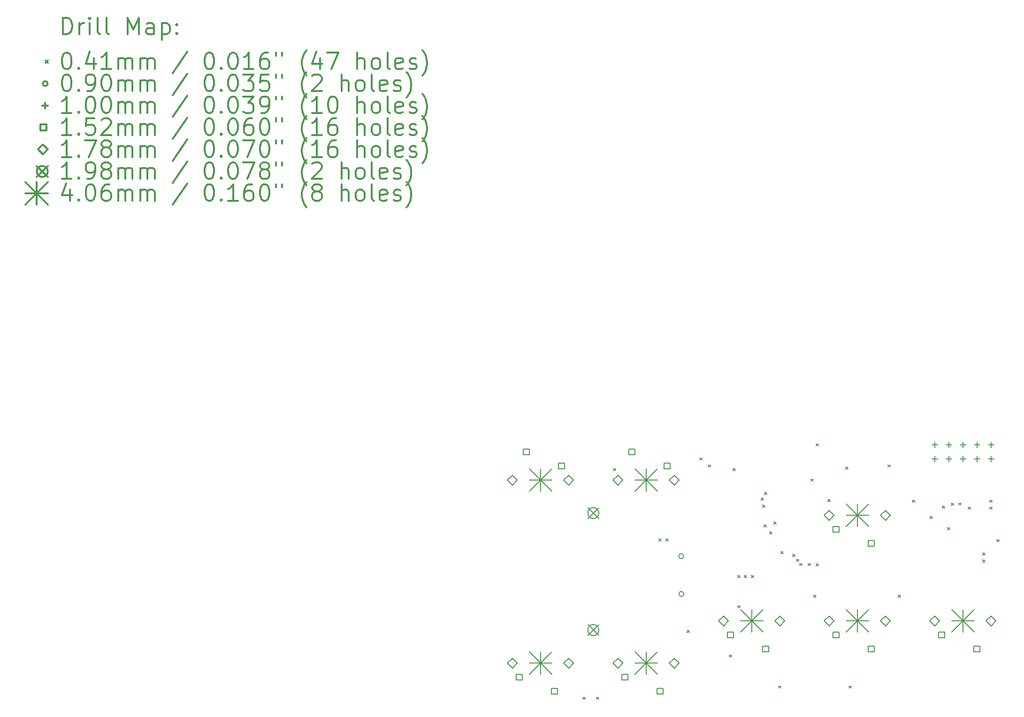
<source format=gbr>
%FSLAX45Y45*%
G04 Gerber Fmt 4.5, Leading zero omitted, Abs format (unit mm)*
G04 Created by KiCad (PCBNEW 4.0.4-stable) date 02/19/17 16:12:50*
%MOMM*%
%LPD*%
G01*
G04 APERTURE LIST*
%ADD10C,0.127000*%
%ADD11C,0.200000*%
%ADD12C,0.300000*%
G04 APERTURE END LIST*
D10*
D11*
X9655080Y-12425680D02*
X9695720Y-12466320D01*
X9695720Y-12425680D02*
X9655080Y-12466320D01*
X9903080Y-12425680D02*
X9943720Y-12466320D01*
X9943720Y-12425680D02*
X9903080Y-12466320D01*
X10203180Y-8298180D02*
X10243820Y-8338820D01*
X10243820Y-8298180D02*
X10203180Y-8338820D01*
X11028680Y-9568180D02*
X11069320Y-9608820D01*
X11069320Y-9568180D02*
X11028680Y-9608820D01*
X11155680Y-9568180D02*
X11196320Y-9608820D01*
X11196320Y-9568180D02*
X11155680Y-9608820D01*
X11536680Y-11219180D02*
X11577320Y-11259820D01*
X11577320Y-11219180D02*
X11536680Y-11259820D01*
X11765280Y-8107680D02*
X11805920Y-8148320D01*
X11805920Y-8107680D02*
X11765280Y-8148320D01*
X11917680Y-8234680D02*
X11958320Y-8275320D01*
X11958320Y-8234680D02*
X11917680Y-8275320D01*
X12298680Y-11663680D02*
X12339320Y-11704320D01*
X12339320Y-11663680D02*
X12298680Y-11704320D01*
X12362180Y-8298180D02*
X12402820Y-8338820D01*
X12402820Y-8298180D02*
X12362180Y-8338820D01*
X12451080Y-10228580D02*
X12491720Y-10269220D01*
X12491720Y-10228580D02*
X12451080Y-10269220D01*
X12451080Y-10774680D02*
X12491720Y-10815320D01*
X12491720Y-10774680D02*
X12451080Y-10815320D01*
X12565380Y-10228580D02*
X12606020Y-10269220D01*
X12606020Y-10228580D02*
X12565380Y-10269220D01*
X12692380Y-10228580D02*
X12733020Y-10269220D01*
X12733020Y-10228580D02*
X12692380Y-10269220D01*
X12870180Y-8831580D02*
X12910820Y-8872220D01*
X12910820Y-8831580D02*
X12870180Y-8872220D01*
X12895580Y-8958580D02*
X12936220Y-8999220D01*
X12936220Y-8958580D02*
X12895580Y-8999220D01*
X12920980Y-9314180D02*
X12961620Y-9354820D01*
X12961620Y-9314180D02*
X12920980Y-9354820D01*
X12933680Y-8729980D02*
X12974320Y-8770620D01*
X12974320Y-8729980D02*
X12933680Y-8770620D01*
X13022580Y-9441180D02*
X13063220Y-9481820D01*
X13063220Y-9441180D02*
X13022580Y-9481820D01*
X13098780Y-9263380D02*
X13139420Y-9304020D01*
X13139420Y-9263380D02*
X13098780Y-9304020D01*
X13187680Y-12222480D02*
X13228320Y-12263120D01*
X13228320Y-12222480D02*
X13187680Y-12263120D01*
X13225780Y-9796780D02*
X13266420Y-9837420D01*
X13266420Y-9796780D02*
X13225780Y-9837420D01*
X13441680Y-9847580D02*
X13482320Y-9888220D01*
X13482320Y-9847580D02*
X13441680Y-9888220D01*
X13505180Y-9936480D02*
X13545820Y-9977120D01*
X13545820Y-9936480D02*
X13505180Y-9977120D01*
X13568680Y-10012680D02*
X13609320Y-10053320D01*
X13609320Y-10012680D02*
X13568680Y-10053320D01*
X13721080Y-10012680D02*
X13761720Y-10053320D01*
X13761720Y-10012680D02*
X13721080Y-10053320D01*
X13771880Y-8488680D02*
X13812520Y-8529320D01*
X13812520Y-8488680D02*
X13771880Y-8529320D01*
X13822680Y-10584180D02*
X13863320Y-10624820D01*
X13863320Y-10584180D02*
X13822680Y-10624820D01*
X13860780Y-7853680D02*
X13901420Y-7894320D01*
X13901420Y-7853680D02*
X13860780Y-7894320D01*
X13860780Y-10013950D02*
X13901420Y-10054590D01*
X13901420Y-10013950D02*
X13860780Y-10054590D01*
X14076680Y-8856980D02*
X14117320Y-8897620D01*
X14117320Y-8856980D02*
X14076680Y-8897620D01*
X14394180Y-8272780D02*
X14434820Y-8313420D01*
X14434820Y-8272780D02*
X14394180Y-8313420D01*
X14457680Y-12222480D02*
X14498320Y-12263120D01*
X14498320Y-12222480D02*
X14457680Y-12263120D01*
X15156180Y-8234680D02*
X15196820Y-8275320D01*
X15196820Y-8234680D02*
X15156180Y-8275320D01*
X15346680Y-10584180D02*
X15387320Y-10624820D01*
X15387320Y-10584180D02*
X15346680Y-10624820D01*
X15600680Y-8869680D02*
X15641320Y-8910320D01*
X15641320Y-8869680D02*
X15600680Y-8910320D01*
X15918180Y-9163134D02*
X15958820Y-9203774D01*
X15958820Y-9163134D02*
X15918180Y-9203774D01*
X16140430Y-8977630D02*
X16181070Y-9018270D01*
X16181070Y-8977630D02*
X16140430Y-9018270D01*
X16235680Y-9364980D02*
X16276320Y-9405620D01*
X16276320Y-9364980D02*
X16235680Y-9405620D01*
X16301021Y-8921585D02*
X16341661Y-8962225D01*
X16341661Y-8921585D02*
X16301021Y-8962225D01*
X16438880Y-8919660D02*
X16479520Y-8960300D01*
X16479520Y-8919660D02*
X16438880Y-8960300D01*
X16603980Y-8996680D02*
X16644620Y-9037320D01*
X16644620Y-8996680D02*
X16603980Y-9037320D01*
X16870680Y-9822180D02*
X16911320Y-9862820D01*
X16911320Y-9822180D02*
X16870680Y-9862820D01*
X16870680Y-9949180D02*
X16911320Y-9989820D01*
X16911320Y-9949180D02*
X16870680Y-9989820D01*
X16997680Y-8869680D02*
X17038320Y-8910320D01*
X17038320Y-8869680D02*
X16997680Y-8910320D01*
X16997680Y-8996680D02*
X17038320Y-9037320D01*
X17038320Y-8996680D02*
X16997680Y-9037320D01*
X17124680Y-9580880D02*
X17165320Y-9621520D01*
X17165320Y-9580880D02*
X17124680Y-9621520D01*
X11475000Y-9883500D02*
G75*
G03X11475000Y-9883500I-45000J0D01*
G01*
X11475000Y-10563500D02*
G75*
G03X11475000Y-10563500I-45000J0D01*
G01*
X16002000Y-7824000D02*
X16002000Y-7924000D01*
X15952000Y-7874000D02*
X16052000Y-7874000D01*
X16002000Y-8078000D02*
X16002000Y-8178000D01*
X15952000Y-8128000D02*
X16052000Y-8128000D01*
X16256000Y-7824000D02*
X16256000Y-7924000D01*
X16206000Y-7874000D02*
X16306000Y-7874000D01*
X16256000Y-8078000D02*
X16256000Y-8178000D01*
X16206000Y-8128000D02*
X16306000Y-8128000D01*
X16510000Y-7824000D02*
X16510000Y-7924000D01*
X16460000Y-7874000D02*
X16560000Y-7874000D01*
X16510000Y-8078000D02*
X16510000Y-8178000D01*
X16460000Y-8128000D02*
X16560000Y-8128000D01*
X16764000Y-7824000D02*
X16764000Y-7924000D01*
X16714000Y-7874000D02*
X16814000Y-7874000D01*
X16764000Y-8078000D02*
X16764000Y-8178000D01*
X16714000Y-8128000D02*
X16814000Y-8128000D01*
X17018000Y-7824000D02*
X17018000Y-7924000D01*
X16968000Y-7874000D02*
X17068000Y-7874000D01*
X17018000Y-8078000D02*
X17018000Y-8178000D01*
X16968000Y-8128000D02*
X17068000Y-8128000D01*
X8562882Y-12118882D02*
X8562882Y-12011118D01*
X8455118Y-12011118D01*
X8455118Y-12118882D01*
X8562882Y-12118882D01*
X8689882Y-8054882D02*
X8689882Y-7947118D01*
X8582118Y-7947118D01*
X8582118Y-8054882D01*
X8689882Y-8054882D01*
X9197882Y-12372882D02*
X9197882Y-12265118D01*
X9090118Y-12265118D01*
X9090118Y-12372882D01*
X9197882Y-12372882D01*
X9324882Y-8308882D02*
X9324882Y-8201118D01*
X9217118Y-8201118D01*
X9217118Y-8308882D01*
X9324882Y-8308882D01*
X10467882Y-12118882D02*
X10467882Y-12011118D01*
X10360118Y-12011118D01*
X10360118Y-12118882D01*
X10467882Y-12118882D01*
X10594882Y-8054882D02*
X10594882Y-7947118D01*
X10487118Y-7947118D01*
X10487118Y-8054882D01*
X10594882Y-8054882D01*
X11102882Y-12372882D02*
X11102882Y-12265118D01*
X10995118Y-12265118D01*
X10995118Y-12372882D01*
X11102882Y-12372882D01*
X11229882Y-8308882D02*
X11229882Y-8201118D01*
X11122118Y-8201118D01*
X11122118Y-8308882D01*
X11229882Y-8308882D01*
X12372882Y-11356882D02*
X12372882Y-11249118D01*
X12265118Y-11249118D01*
X12265118Y-11356882D01*
X12372882Y-11356882D01*
X13007882Y-11610882D02*
X13007882Y-11503118D01*
X12900118Y-11503118D01*
X12900118Y-11610882D01*
X13007882Y-11610882D01*
X14277882Y-9451882D02*
X14277882Y-9344118D01*
X14170118Y-9344118D01*
X14170118Y-9451882D01*
X14277882Y-9451882D01*
X14277882Y-11356882D02*
X14277882Y-11249118D01*
X14170118Y-11249118D01*
X14170118Y-11356882D01*
X14277882Y-11356882D01*
X14912882Y-9705882D02*
X14912882Y-9598118D01*
X14805118Y-9598118D01*
X14805118Y-9705882D01*
X14912882Y-9705882D01*
X14912882Y-11610882D02*
X14912882Y-11503118D01*
X14805118Y-11503118D01*
X14805118Y-11610882D01*
X14912882Y-11610882D01*
X16182882Y-11356882D02*
X16182882Y-11249118D01*
X16075118Y-11249118D01*
X16075118Y-11356882D01*
X16182882Y-11356882D01*
X16817882Y-11610882D02*
X16817882Y-11503118D01*
X16710118Y-11503118D01*
X16710118Y-11610882D01*
X16817882Y-11610882D01*
X8382000Y-8597900D02*
X8470900Y-8509000D01*
X8382000Y-8420100D01*
X8293100Y-8509000D01*
X8382000Y-8597900D01*
X8382000Y-11899900D02*
X8470900Y-11811000D01*
X8382000Y-11722100D01*
X8293100Y-11811000D01*
X8382000Y-11899900D01*
X9398000Y-8597900D02*
X9486900Y-8509000D01*
X9398000Y-8420100D01*
X9309100Y-8509000D01*
X9398000Y-8597900D01*
X9398000Y-11899900D02*
X9486900Y-11811000D01*
X9398000Y-11722100D01*
X9309100Y-11811000D01*
X9398000Y-11899900D01*
X10287000Y-8597900D02*
X10375900Y-8509000D01*
X10287000Y-8420100D01*
X10198100Y-8509000D01*
X10287000Y-8597900D01*
X10287000Y-11899900D02*
X10375900Y-11811000D01*
X10287000Y-11722100D01*
X10198100Y-11811000D01*
X10287000Y-11899900D01*
X11303000Y-8597900D02*
X11391900Y-8509000D01*
X11303000Y-8420100D01*
X11214100Y-8509000D01*
X11303000Y-8597900D01*
X11303000Y-11899900D02*
X11391900Y-11811000D01*
X11303000Y-11722100D01*
X11214100Y-11811000D01*
X11303000Y-11899900D01*
X12192000Y-11137900D02*
X12280900Y-11049000D01*
X12192000Y-10960100D01*
X12103100Y-11049000D01*
X12192000Y-11137900D01*
X13208000Y-11137900D02*
X13296900Y-11049000D01*
X13208000Y-10960100D01*
X13119100Y-11049000D01*
X13208000Y-11137900D01*
X14097000Y-9232900D02*
X14185900Y-9144000D01*
X14097000Y-9055100D01*
X14008100Y-9144000D01*
X14097000Y-9232900D01*
X14097000Y-11137900D02*
X14185900Y-11049000D01*
X14097000Y-10960100D01*
X14008100Y-11049000D01*
X14097000Y-11137900D01*
X15113000Y-9232900D02*
X15201900Y-9144000D01*
X15113000Y-9055100D01*
X15024100Y-9144000D01*
X15113000Y-9232900D01*
X15113000Y-11137900D02*
X15201900Y-11049000D01*
X15113000Y-10960100D01*
X15024100Y-11049000D01*
X15113000Y-11137900D01*
X16002000Y-11137900D02*
X16090900Y-11049000D01*
X16002000Y-10960100D01*
X15913100Y-11049000D01*
X16002000Y-11137900D01*
X17018000Y-11137900D02*
X17106900Y-11049000D01*
X17018000Y-10960100D01*
X16929100Y-11049000D01*
X17018000Y-11137900D01*
X9743440Y-9005570D02*
X9941560Y-9203690D01*
X9941560Y-9005570D02*
X9743440Y-9203690D01*
X9941560Y-9104630D02*
G75*
G03X9941560Y-9104630I-99060J0D01*
G01*
X9743440Y-11116310D02*
X9941560Y-11314430D01*
X9941560Y-11116310D02*
X9743440Y-11314430D01*
X9941560Y-11215370D02*
G75*
G03X9941560Y-11215370I-99060J0D01*
G01*
X8686800Y-8305800D02*
X9093200Y-8712200D01*
X9093200Y-8305800D02*
X8686800Y-8712200D01*
X8890000Y-8305800D02*
X8890000Y-8712200D01*
X8686800Y-8509000D02*
X9093200Y-8509000D01*
X8686800Y-11607800D02*
X9093200Y-12014200D01*
X9093200Y-11607800D02*
X8686800Y-12014200D01*
X8890000Y-11607800D02*
X8890000Y-12014200D01*
X8686800Y-11811000D02*
X9093200Y-11811000D01*
X10591800Y-8305800D02*
X10998200Y-8712200D01*
X10998200Y-8305800D02*
X10591800Y-8712200D01*
X10795000Y-8305800D02*
X10795000Y-8712200D01*
X10591800Y-8509000D02*
X10998200Y-8509000D01*
X10591800Y-11607800D02*
X10998200Y-12014200D01*
X10998200Y-11607800D02*
X10591800Y-12014200D01*
X10795000Y-11607800D02*
X10795000Y-12014200D01*
X10591800Y-11811000D02*
X10998200Y-11811000D01*
X12496800Y-10845800D02*
X12903200Y-11252200D01*
X12903200Y-10845800D02*
X12496800Y-11252200D01*
X12700000Y-10845800D02*
X12700000Y-11252200D01*
X12496800Y-11049000D02*
X12903200Y-11049000D01*
X14401800Y-8940800D02*
X14808200Y-9347200D01*
X14808200Y-8940800D02*
X14401800Y-9347200D01*
X14605000Y-8940800D02*
X14605000Y-9347200D01*
X14401800Y-9144000D02*
X14808200Y-9144000D01*
X14401800Y-10845800D02*
X14808200Y-11252200D01*
X14808200Y-10845800D02*
X14401800Y-11252200D01*
X14605000Y-10845800D02*
X14605000Y-11252200D01*
X14401800Y-11049000D02*
X14808200Y-11049000D01*
X16306800Y-10845800D02*
X16713200Y-11252200D01*
X16713200Y-10845800D02*
X16306800Y-11252200D01*
X16510000Y-10845800D02*
X16510000Y-11252200D01*
X16306800Y-11049000D02*
X16713200Y-11049000D01*
D12*
X271429Y-465714D02*
X271429Y-165714D01*
X342857Y-165714D01*
X385714Y-180000D01*
X414286Y-208571D01*
X428571Y-237143D01*
X442857Y-294286D01*
X442857Y-337143D01*
X428571Y-394286D01*
X414286Y-422857D01*
X385714Y-451429D01*
X342857Y-465714D01*
X271429Y-465714D01*
X571429Y-465714D02*
X571429Y-265714D01*
X571429Y-322857D02*
X585714Y-294286D01*
X600000Y-280000D01*
X628571Y-265714D01*
X657143Y-265714D01*
X757143Y-465714D02*
X757143Y-265714D01*
X757143Y-165714D02*
X742857Y-180000D01*
X757143Y-194286D01*
X771429Y-180000D01*
X757143Y-165714D01*
X757143Y-194286D01*
X942857Y-465714D02*
X914286Y-451429D01*
X900000Y-422857D01*
X900000Y-165714D01*
X1100000Y-465714D02*
X1071429Y-451429D01*
X1057143Y-422857D01*
X1057143Y-165714D01*
X1442857Y-465714D02*
X1442857Y-165714D01*
X1542857Y-380000D01*
X1642857Y-165714D01*
X1642857Y-465714D01*
X1914286Y-465714D02*
X1914286Y-308571D01*
X1900000Y-280000D01*
X1871429Y-265714D01*
X1814286Y-265714D01*
X1785714Y-280000D01*
X1914286Y-451429D02*
X1885714Y-465714D01*
X1814286Y-465714D01*
X1785714Y-451429D01*
X1771429Y-422857D01*
X1771429Y-394286D01*
X1785714Y-365714D01*
X1814286Y-351429D01*
X1885714Y-351429D01*
X1914286Y-337143D01*
X2057143Y-265714D02*
X2057143Y-565714D01*
X2057143Y-280000D02*
X2085714Y-265714D01*
X2142857Y-265714D01*
X2171429Y-280000D01*
X2185714Y-294286D01*
X2200000Y-322857D01*
X2200000Y-408571D01*
X2185714Y-437143D01*
X2171429Y-451429D01*
X2142857Y-465714D01*
X2085714Y-465714D01*
X2057143Y-451429D01*
X2328572Y-437143D02*
X2342857Y-451429D01*
X2328572Y-465714D01*
X2314286Y-451429D01*
X2328572Y-437143D01*
X2328572Y-465714D01*
X2328572Y-280000D02*
X2342857Y-294286D01*
X2328572Y-308571D01*
X2314286Y-294286D01*
X2328572Y-280000D01*
X2328572Y-308571D01*
X-40640Y-939680D02*
X0Y-980320D01*
X0Y-939680D02*
X-40640Y-980320D01*
X328571Y-795714D02*
X357143Y-795714D01*
X385714Y-810000D01*
X400000Y-824286D01*
X414286Y-852857D01*
X428571Y-910000D01*
X428571Y-981429D01*
X414286Y-1038571D01*
X400000Y-1067143D01*
X385714Y-1081429D01*
X357143Y-1095714D01*
X328571Y-1095714D01*
X300000Y-1081429D01*
X285714Y-1067143D01*
X271429Y-1038571D01*
X257143Y-981429D01*
X257143Y-910000D01*
X271429Y-852857D01*
X285714Y-824286D01*
X300000Y-810000D01*
X328571Y-795714D01*
X557143Y-1067143D02*
X571429Y-1081429D01*
X557143Y-1095714D01*
X542857Y-1081429D01*
X557143Y-1067143D01*
X557143Y-1095714D01*
X828571Y-895714D02*
X828571Y-1095714D01*
X757143Y-781429D02*
X685714Y-995714D01*
X871428Y-995714D01*
X1142857Y-1095714D02*
X971429Y-1095714D01*
X1057143Y-1095714D02*
X1057143Y-795714D01*
X1028571Y-838571D01*
X1000000Y-867143D01*
X971429Y-881429D01*
X1271429Y-1095714D02*
X1271429Y-895714D01*
X1271429Y-924286D02*
X1285714Y-910000D01*
X1314286Y-895714D01*
X1357143Y-895714D01*
X1385714Y-910000D01*
X1400000Y-938571D01*
X1400000Y-1095714D01*
X1400000Y-938571D02*
X1414286Y-910000D01*
X1442857Y-895714D01*
X1485714Y-895714D01*
X1514286Y-910000D01*
X1528571Y-938571D01*
X1528571Y-1095714D01*
X1671429Y-1095714D02*
X1671429Y-895714D01*
X1671429Y-924286D02*
X1685714Y-910000D01*
X1714286Y-895714D01*
X1757143Y-895714D01*
X1785714Y-910000D01*
X1800000Y-938571D01*
X1800000Y-1095714D01*
X1800000Y-938571D02*
X1814286Y-910000D01*
X1842857Y-895714D01*
X1885714Y-895714D01*
X1914286Y-910000D01*
X1928571Y-938571D01*
X1928571Y-1095714D01*
X2514286Y-781429D02*
X2257143Y-1167143D01*
X2900000Y-795714D02*
X2928571Y-795714D01*
X2957143Y-810000D01*
X2971428Y-824286D01*
X2985714Y-852857D01*
X3000000Y-910000D01*
X3000000Y-981429D01*
X2985714Y-1038571D01*
X2971428Y-1067143D01*
X2957143Y-1081429D01*
X2928571Y-1095714D01*
X2900000Y-1095714D01*
X2871428Y-1081429D01*
X2857143Y-1067143D01*
X2842857Y-1038571D01*
X2828571Y-981429D01*
X2828571Y-910000D01*
X2842857Y-852857D01*
X2857143Y-824286D01*
X2871428Y-810000D01*
X2900000Y-795714D01*
X3128571Y-1067143D02*
X3142857Y-1081429D01*
X3128571Y-1095714D01*
X3114286Y-1081429D01*
X3128571Y-1067143D01*
X3128571Y-1095714D01*
X3328571Y-795714D02*
X3357143Y-795714D01*
X3385714Y-810000D01*
X3400000Y-824286D01*
X3414286Y-852857D01*
X3428571Y-910000D01*
X3428571Y-981429D01*
X3414286Y-1038571D01*
X3400000Y-1067143D01*
X3385714Y-1081429D01*
X3357143Y-1095714D01*
X3328571Y-1095714D01*
X3300000Y-1081429D01*
X3285714Y-1067143D01*
X3271428Y-1038571D01*
X3257143Y-981429D01*
X3257143Y-910000D01*
X3271428Y-852857D01*
X3285714Y-824286D01*
X3300000Y-810000D01*
X3328571Y-795714D01*
X3714286Y-1095714D02*
X3542857Y-1095714D01*
X3628571Y-1095714D02*
X3628571Y-795714D01*
X3600000Y-838571D01*
X3571428Y-867143D01*
X3542857Y-881429D01*
X3971428Y-795714D02*
X3914286Y-795714D01*
X3885714Y-810000D01*
X3871428Y-824286D01*
X3842857Y-867143D01*
X3828571Y-924286D01*
X3828571Y-1038571D01*
X3842857Y-1067143D01*
X3857143Y-1081429D01*
X3885714Y-1095714D01*
X3942857Y-1095714D01*
X3971428Y-1081429D01*
X3985714Y-1067143D01*
X4000000Y-1038571D01*
X4000000Y-967143D01*
X3985714Y-938571D01*
X3971428Y-924286D01*
X3942857Y-910000D01*
X3885714Y-910000D01*
X3857143Y-924286D01*
X3842857Y-938571D01*
X3828571Y-967143D01*
X4114286Y-795714D02*
X4114286Y-852857D01*
X4228571Y-795714D02*
X4228571Y-852857D01*
X4671429Y-1210000D02*
X4657143Y-1195714D01*
X4628571Y-1152857D01*
X4614286Y-1124286D01*
X4600000Y-1081429D01*
X4585714Y-1010000D01*
X4585714Y-952857D01*
X4600000Y-881429D01*
X4614286Y-838571D01*
X4628571Y-810000D01*
X4657143Y-767143D01*
X4671429Y-752857D01*
X4914286Y-895714D02*
X4914286Y-1095714D01*
X4842857Y-781429D02*
X4771429Y-995714D01*
X4957143Y-995714D01*
X5042857Y-795714D02*
X5242857Y-795714D01*
X5114286Y-1095714D01*
X5585714Y-1095714D02*
X5585714Y-795714D01*
X5714286Y-1095714D02*
X5714286Y-938571D01*
X5700000Y-910000D01*
X5671428Y-895714D01*
X5628571Y-895714D01*
X5600000Y-910000D01*
X5585714Y-924286D01*
X5900000Y-1095714D02*
X5871428Y-1081429D01*
X5857143Y-1067143D01*
X5842857Y-1038571D01*
X5842857Y-952857D01*
X5857143Y-924286D01*
X5871428Y-910000D01*
X5900000Y-895714D01*
X5942857Y-895714D01*
X5971428Y-910000D01*
X5985714Y-924286D01*
X6000000Y-952857D01*
X6000000Y-1038571D01*
X5985714Y-1067143D01*
X5971428Y-1081429D01*
X5942857Y-1095714D01*
X5900000Y-1095714D01*
X6171428Y-1095714D02*
X6142857Y-1081429D01*
X6128571Y-1052857D01*
X6128571Y-795714D01*
X6400000Y-1081429D02*
X6371429Y-1095714D01*
X6314286Y-1095714D01*
X6285714Y-1081429D01*
X6271429Y-1052857D01*
X6271429Y-938571D01*
X6285714Y-910000D01*
X6314286Y-895714D01*
X6371429Y-895714D01*
X6400000Y-910000D01*
X6414286Y-938571D01*
X6414286Y-967143D01*
X6271429Y-995714D01*
X6528571Y-1081429D02*
X6557143Y-1095714D01*
X6614286Y-1095714D01*
X6642857Y-1081429D01*
X6657143Y-1052857D01*
X6657143Y-1038571D01*
X6642857Y-1010000D01*
X6614286Y-995714D01*
X6571429Y-995714D01*
X6542857Y-981429D01*
X6528571Y-952857D01*
X6528571Y-938571D01*
X6542857Y-910000D01*
X6571429Y-895714D01*
X6614286Y-895714D01*
X6642857Y-910000D01*
X6757143Y-1210000D02*
X6771429Y-1195714D01*
X6800000Y-1152857D01*
X6814286Y-1124286D01*
X6828571Y-1081429D01*
X6842857Y-1010000D01*
X6842857Y-952857D01*
X6828571Y-881429D01*
X6814286Y-838571D01*
X6800000Y-810000D01*
X6771429Y-767143D01*
X6757143Y-752857D01*
X0Y-1356000D02*
G75*
G03X0Y-1356000I-45000J0D01*
G01*
X328571Y-1191714D02*
X357143Y-1191714D01*
X385714Y-1206000D01*
X400000Y-1220286D01*
X414286Y-1248857D01*
X428571Y-1306000D01*
X428571Y-1377429D01*
X414286Y-1434571D01*
X400000Y-1463143D01*
X385714Y-1477429D01*
X357143Y-1491714D01*
X328571Y-1491714D01*
X300000Y-1477429D01*
X285714Y-1463143D01*
X271429Y-1434571D01*
X257143Y-1377429D01*
X257143Y-1306000D01*
X271429Y-1248857D01*
X285714Y-1220286D01*
X300000Y-1206000D01*
X328571Y-1191714D01*
X557143Y-1463143D02*
X571429Y-1477429D01*
X557143Y-1491714D01*
X542857Y-1477429D01*
X557143Y-1463143D01*
X557143Y-1491714D01*
X714286Y-1491714D02*
X771428Y-1491714D01*
X800000Y-1477429D01*
X814286Y-1463143D01*
X842857Y-1420286D01*
X857143Y-1363143D01*
X857143Y-1248857D01*
X842857Y-1220286D01*
X828571Y-1206000D01*
X800000Y-1191714D01*
X742857Y-1191714D01*
X714286Y-1206000D01*
X700000Y-1220286D01*
X685714Y-1248857D01*
X685714Y-1320286D01*
X700000Y-1348857D01*
X714286Y-1363143D01*
X742857Y-1377429D01*
X800000Y-1377429D01*
X828571Y-1363143D01*
X842857Y-1348857D01*
X857143Y-1320286D01*
X1042857Y-1191714D02*
X1071429Y-1191714D01*
X1100000Y-1206000D01*
X1114286Y-1220286D01*
X1128571Y-1248857D01*
X1142857Y-1306000D01*
X1142857Y-1377429D01*
X1128571Y-1434571D01*
X1114286Y-1463143D01*
X1100000Y-1477429D01*
X1071429Y-1491714D01*
X1042857Y-1491714D01*
X1014286Y-1477429D01*
X1000000Y-1463143D01*
X985714Y-1434571D01*
X971429Y-1377429D01*
X971429Y-1306000D01*
X985714Y-1248857D01*
X1000000Y-1220286D01*
X1014286Y-1206000D01*
X1042857Y-1191714D01*
X1271429Y-1491714D02*
X1271429Y-1291714D01*
X1271429Y-1320286D02*
X1285714Y-1306000D01*
X1314286Y-1291714D01*
X1357143Y-1291714D01*
X1385714Y-1306000D01*
X1400000Y-1334571D01*
X1400000Y-1491714D01*
X1400000Y-1334571D02*
X1414286Y-1306000D01*
X1442857Y-1291714D01*
X1485714Y-1291714D01*
X1514286Y-1306000D01*
X1528571Y-1334571D01*
X1528571Y-1491714D01*
X1671429Y-1491714D02*
X1671429Y-1291714D01*
X1671429Y-1320286D02*
X1685714Y-1306000D01*
X1714286Y-1291714D01*
X1757143Y-1291714D01*
X1785714Y-1306000D01*
X1800000Y-1334571D01*
X1800000Y-1491714D01*
X1800000Y-1334571D02*
X1814286Y-1306000D01*
X1842857Y-1291714D01*
X1885714Y-1291714D01*
X1914286Y-1306000D01*
X1928571Y-1334571D01*
X1928571Y-1491714D01*
X2514286Y-1177429D02*
X2257143Y-1563143D01*
X2900000Y-1191714D02*
X2928571Y-1191714D01*
X2957143Y-1206000D01*
X2971428Y-1220286D01*
X2985714Y-1248857D01*
X3000000Y-1306000D01*
X3000000Y-1377429D01*
X2985714Y-1434571D01*
X2971428Y-1463143D01*
X2957143Y-1477429D01*
X2928571Y-1491714D01*
X2900000Y-1491714D01*
X2871428Y-1477429D01*
X2857143Y-1463143D01*
X2842857Y-1434571D01*
X2828571Y-1377429D01*
X2828571Y-1306000D01*
X2842857Y-1248857D01*
X2857143Y-1220286D01*
X2871428Y-1206000D01*
X2900000Y-1191714D01*
X3128571Y-1463143D02*
X3142857Y-1477429D01*
X3128571Y-1491714D01*
X3114286Y-1477429D01*
X3128571Y-1463143D01*
X3128571Y-1491714D01*
X3328571Y-1191714D02*
X3357143Y-1191714D01*
X3385714Y-1206000D01*
X3400000Y-1220286D01*
X3414286Y-1248857D01*
X3428571Y-1306000D01*
X3428571Y-1377429D01*
X3414286Y-1434571D01*
X3400000Y-1463143D01*
X3385714Y-1477429D01*
X3357143Y-1491714D01*
X3328571Y-1491714D01*
X3300000Y-1477429D01*
X3285714Y-1463143D01*
X3271428Y-1434571D01*
X3257143Y-1377429D01*
X3257143Y-1306000D01*
X3271428Y-1248857D01*
X3285714Y-1220286D01*
X3300000Y-1206000D01*
X3328571Y-1191714D01*
X3528571Y-1191714D02*
X3714286Y-1191714D01*
X3614286Y-1306000D01*
X3657143Y-1306000D01*
X3685714Y-1320286D01*
X3700000Y-1334571D01*
X3714286Y-1363143D01*
X3714286Y-1434571D01*
X3700000Y-1463143D01*
X3685714Y-1477429D01*
X3657143Y-1491714D01*
X3571428Y-1491714D01*
X3542857Y-1477429D01*
X3528571Y-1463143D01*
X3985714Y-1191714D02*
X3842857Y-1191714D01*
X3828571Y-1334571D01*
X3842857Y-1320286D01*
X3871428Y-1306000D01*
X3942857Y-1306000D01*
X3971428Y-1320286D01*
X3985714Y-1334571D01*
X4000000Y-1363143D01*
X4000000Y-1434571D01*
X3985714Y-1463143D01*
X3971428Y-1477429D01*
X3942857Y-1491714D01*
X3871428Y-1491714D01*
X3842857Y-1477429D01*
X3828571Y-1463143D01*
X4114286Y-1191714D02*
X4114286Y-1248857D01*
X4228571Y-1191714D02*
X4228571Y-1248857D01*
X4671429Y-1606000D02*
X4657143Y-1591714D01*
X4628571Y-1548857D01*
X4614286Y-1520286D01*
X4600000Y-1477429D01*
X4585714Y-1406000D01*
X4585714Y-1348857D01*
X4600000Y-1277429D01*
X4614286Y-1234571D01*
X4628571Y-1206000D01*
X4657143Y-1163143D01*
X4671429Y-1148857D01*
X4771429Y-1220286D02*
X4785714Y-1206000D01*
X4814286Y-1191714D01*
X4885714Y-1191714D01*
X4914286Y-1206000D01*
X4928571Y-1220286D01*
X4942857Y-1248857D01*
X4942857Y-1277429D01*
X4928571Y-1320286D01*
X4757143Y-1491714D01*
X4942857Y-1491714D01*
X5300000Y-1491714D02*
X5300000Y-1191714D01*
X5428571Y-1491714D02*
X5428571Y-1334571D01*
X5414286Y-1306000D01*
X5385714Y-1291714D01*
X5342857Y-1291714D01*
X5314286Y-1306000D01*
X5300000Y-1320286D01*
X5614286Y-1491714D02*
X5585714Y-1477429D01*
X5571429Y-1463143D01*
X5557143Y-1434571D01*
X5557143Y-1348857D01*
X5571429Y-1320286D01*
X5585714Y-1306000D01*
X5614286Y-1291714D01*
X5657143Y-1291714D01*
X5685714Y-1306000D01*
X5700000Y-1320286D01*
X5714286Y-1348857D01*
X5714286Y-1434571D01*
X5700000Y-1463143D01*
X5685714Y-1477429D01*
X5657143Y-1491714D01*
X5614286Y-1491714D01*
X5885714Y-1491714D02*
X5857143Y-1477429D01*
X5842857Y-1448857D01*
X5842857Y-1191714D01*
X6114286Y-1477429D02*
X6085714Y-1491714D01*
X6028571Y-1491714D01*
X6000000Y-1477429D01*
X5985714Y-1448857D01*
X5985714Y-1334571D01*
X6000000Y-1306000D01*
X6028571Y-1291714D01*
X6085714Y-1291714D01*
X6114286Y-1306000D01*
X6128571Y-1334571D01*
X6128571Y-1363143D01*
X5985714Y-1391714D01*
X6242857Y-1477429D02*
X6271429Y-1491714D01*
X6328571Y-1491714D01*
X6357143Y-1477429D01*
X6371429Y-1448857D01*
X6371429Y-1434571D01*
X6357143Y-1406000D01*
X6328571Y-1391714D01*
X6285714Y-1391714D01*
X6257143Y-1377429D01*
X6242857Y-1348857D01*
X6242857Y-1334571D01*
X6257143Y-1306000D01*
X6285714Y-1291714D01*
X6328571Y-1291714D01*
X6357143Y-1306000D01*
X6471428Y-1606000D02*
X6485714Y-1591714D01*
X6514286Y-1548857D01*
X6528571Y-1520286D01*
X6542857Y-1477429D01*
X6557143Y-1406000D01*
X6557143Y-1348857D01*
X6542857Y-1277429D01*
X6528571Y-1234571D01*
X6514286Y-1206000D01*
X6485714Y-1163143D01*
X6471428Y-1148857D01*
X-50000Y-1702000D02*
X-50000Y-1802000D01*
X-100000Y-1752000D02*
X0Y-1752000D01*
X428571Y-1887714D02*
X257143Y-1887714D01*
X342857Y-1887714D02*
X342857Y-1587714D01*
X314286Y-1630571D01*
X285714Y-1659143D01*
X257143Y-1673429D01*
X557143Y-1859143D02*
X571429Y-1873429D01*
X557143Y-1887714D01*
X542857Y-1873429D01*
X557143Y-1859143D01*
X557143Y-1887714D01*
X757143Y-1587714D02*
X785714Y-1587714D01*
X814286Y-1602000D01*
X828571Y-1616286D01*
X842857Y-1644857D01*
X857143Y-1702000D01*
X857143Y-1773429D01*
X842857Y-1830571D01*
X828571Y-1859143D01*
X814286Y-1873429D01*
X785714Y-1887714D01*
X757143Y-1887714D01*
X728571Y-1873429D01*
X714286Y-1859143D01*
X700000Y-1830571D01*
X685714Y-1773429D01*
X685714Y-1702000D01*
X700000Y-1644857D01*
X714286Y-1616286D01*
X728571Y-1602000D01*
X757143Y-1587714D01*
X1042857Y-1587714D02*
X1071429Y-1587714D01*
X1100000Y-1602000D01*
X1114286Y-1616286D01*
X1128571Y-1644857D01*
X1142857Y-1702000D01*
X1142857Y-1773429D01*
X1128571Y-1830571D01*
X1114286Y-1859143D01*
X1100000Y-1873429D01*
X1071429Y-1887714D01*
X1042857Y-1887714D01*
X1014286Y-1873429D01*
X1000000Y-1859143D01*
X985714Y-1830571D01*
X971429Y-1773429D01*
X971429Y-1702000D01*
X985714Y-1644857D01*
X1000000Y-1616286D01*
X1014286Y-1602000D01*
X1042857Y-1587714D01*
X1271429Y-1887714D02*
X1271429Y-1687714D01*
X1271429Y-1716286D02*
X1285714Y-1702000D01*
X1314286Y-1687714D01*
X1357143Y-1687714D01*
X1385714Y-1702000D01*
X1400000Y-1730571D01*
X1400000Y-1887714D01*
X1400000Y-1730571D02*
X1414286Y-1702000D01*
X1442857Y-1687714D01*
X1485714Y-1687714D01*
X1514286Y-1702000D01*
X1528571Y-1730571D01*
X1528571Y-1887714D01*
X1671429Y-1887714D02*
X1671429Y-1687714D01*
X1671429Y-1716286D02*
X1685714Y-1702000D01*
X1714286Y-1687714D01*
X1757143Y-1687714D01*
X1785714Y-1702000D01*
X1800000Y-1730571D01*
X1800000Y-1887714D01*
X1800000Y-1730571D02*
X1814286Y-1702000D01*
X1842857Y-1687714D01*
X1885714Y-1687714D01*
X1914286Y-1702000D01*
X1928571Y-1730571D01*
X1928571Y-1887714D01*
X2514286Y-1573429D02*
X2257143Y-1959143D01*
X2900000Y-1587714D02*
X2928571Y-1587714D01*
X2957143Y-1602000D01*
X2971428Y-1616286D01*
X2985714Y-1644857D01*
X3000000Y-1702000D01*
X3000000Y-1773429D01*
X2985714Y-1830571D01*
X2971428Y-1859143D01*
X2957143Y-1873429D01*
X2928571Y-1887714D01*
X2900000Y-1887714D01*
X2871428Y-1873429D01*
X2857143Y-1859143D01*
X2842857Y-1830571D01*
X2828571Y-1773429D01*
X2828571Y-1702000D01*
X2842857Y-1644857D01*
X2857143Y-1616286D01*
X2871428Y-1602000D01*
X2900000Y-1587714D01*
X3128571Y-1859143D02*
X3142857Y-1873429D01*
X3128571Y-1887714D01*
X3114286Y-1873429D01*
X3128571Y-1859143D01*
X3128571Y-1887714D01*
X3328571Y-1587714D02*
X3357143Y-1587714D01*
X3385714Y-1602000D01*
X3400000Y-1616286D01*
X3414286Y-1644857D01*
X3428571Y-1702000D01*
X3428571Y-1773429D01*
X3414286Y-1830571D01*
X3400000Y-1859143D01*
X3385714Y-1873429D01*
X3357143Y-1887714D01*
X3328571Y-1887714D01*
X3300000Y-1873429D01*
X3285714Y-1859143D01*
X3271428Y-1830571D01*
X3257143Y-1773429D01*
X3257143Y-1702000D01*
X3271428Y-1644857D01*
X3285714Y-1616286D01*
X3300000Y-1602000D01*
X3328571Y-1587714D01*
X3528571Y-1587714D02*
X3714286Y-1587714D01*
X3614286Y-1702000D01*
X3657143Y-1702000D01*
X3685714Y-1716286D01*
X3700000Y-1730571D01*
X3714286Y-1759143D01*
X3714286Y-1830571D01*
X3700000Y-1859143D01*
X3685714Y-1873429D01*
X3657143Y-1887714D01*
X3571428Y-1887714D01*
X3542857Y-1873429D01*
X3528571Y-1859143D01*
X3857143Y-1887714D02*
X3914286Y-1887714D01*
X3942857Y-1873429D01*
X3957143Y-1859143D01*
X3985714Y-1816286D01*
X4000000Y-1759143D01*
X4000000Y-1644857D01*
X3985714Y-1616286D01*
X3971428Y-1602000D01*
X3942857Y-1587714D01*
X3885714Y-1587714D01*
X3857143Y-1602000D01*
X3842857Y-1616286D01*
X3828571Y-1644857D01*
X3828571Y-1716286D01*
X3842857Y-1744857D01*
X3857143Y-1759143D01*
X3885714Y-1773429D01*
X3942857Y-1773429D01*
X3971428Y-1759143D01*
X3985714Y-1744857D01*
X4000000Y-1716286D01*
X4114286Y-1587714D02*
X4114286Y-1644857D01*
X4228571Y-1587714D02*
X4228571Y-1644857D01*
X4671429Y-2002000D02*
X4657143Y-1987714D01*
X4628571Y-1944857D01*
X4614286Y-1916286D01*
X4600000Y-1873429D01*
X4585714Y-1802000D01*
X4585714Y-1744857D01*
X4600000Y-1673429D01*
X4614286Y-1630571D01*
X4628571Y-1602000D01*
X4657143Y-1559143D01*
X4671429Y-1544857D01*
X4942857Y-1887714D02*
X4771429Y-1887714D01*
X4857143Y-1887714D02*
X4857143Y-1587714D01*
X4828571Y-1630571D01*
X4800000Y-1659143D01*
X4771429Y-1673429D01*
X5128571Y-1587714D02*
X5157143Y-1587714D01*
X5185714Y-1602000D01*
X5200000Y-1616286D01*
X5214286Y-1644857D01*
X5228571Y-1702000D01*
X5228571Y-1773429D01*
X5214286Y-1830571D01*
X5200000Y-1859143D01*
X5185714Y-1873429D01*
X5157143Y-1887714D01*
X5128571Y-1887714D01*
X5100000Y-1873429D01*
X5085714Y-1859143D01*
X5071429Y-1830571D01*
X5057143Y-1773429D01*
X5057143Y-1702000D01*
X5071429Y-1644857D01*
X5085714Y-1616286D01*
X5100000Y-1602000D01*
X5128571Y-1587714D01*
X5585714Y-1887714D02*
X5585714Y-1587714D01*
X5714286Y-1887714D02*
X5714286Y-1730571D01*
X5700000Y-1702000D01*
X5671428Y-1687714D01*
X5628571Y-1687714D01*
X5600000Y-1702000D01*
X5585714Y-1716286D01*
X5900000Y-1887714D02*
X5871428Y-1873429D01*
X5857143Y-1859143D01*
X5842857Y-1830571D01*
X5842857Y-1744857D01*
X5857143Y-1716286D01*
X5871428Y-1702000D01*
X5900000Y-1687714D01*
X5942857Y-1687714D01*
X5971428Y-1702000D01*
X5985714Y-1716286D01*
X6000000Y-1744857D01*
X6000000Y-1830571D01*
X5985714Y-1859143D01*
X5971428Y-1873429D01*
X5942857Y-1887714D01*
X5900000Y-1887714D01*
X6171428Y-1887714D02*
X6142857Y-1873429D01*
X6128571Y-1844857D01*
X6128571Y-1587714D01*
X6400000Y-1873429D02*
X6371429Y-1887714D01*
X6314286Y-1887714D01*
X6285714Y-1873429D01*
X6271429Y-1844857D01*
X6271429Y-1730571D01*
X6285714Y-1702000D01*
X6314286Y-1687714D01*
X6371429Y-1687714D01*
X6400000Y-1702000D01*
X6414286Y-1730571D01*
X6414286Y-1759143D01*
X6271429Y-1787714D01*
X6528571Y-1873429D02*
X6557143Y-1887714D01*
X6614286Y-1887714D01*
X6642857Y-1873429D01*
X6657143Y-1844857D01*
X6657143Y-1830571D01*
X6642857Y-1802000D01*
X6614286Y-1787714D01*
X6571429Y-1787714D01*
X6542857Y-1773429D01*
X6528571Y-1744857D01*
X6528571Y-1730571D01*
X6542857Y-1702000D01*
X6571429Y-1687714D01*
X6614286Y-1687714D01*
X6642857Y-1702000D01*
X6757143Y-2002000D02*
X6771429Y-1987714D01*
X6800000Y-1944857D01*
X6814286Y-1916286D01*
X6828571Y-1873429D01*
X6842857Y-1802000D01*
X6842857Y-1744857D01*
X6828571Y-1673429D01*
X6814286Y-1630571D01*
X6800000Y-1602000D01*
X6771429Y-1559143D01*
X6757143Y-1544857D01*
X-22318Y-2201882D02*
X-22318Y-2094118D01*
X-130082Y-2094118D01*
X-130082Y-2201882D01*
X-22318Y-2201882D01*
X428571Y-2283714D02*
X257143Y-2283714D01*
X342857Y-2283714D02*
X342857Y-1983714D01*
X314286Y-2026571D01*
X285714Y-2055143D01*
X257143Y-2069429D01*
X557143Y-2255143D02*
X571429Y-2269429D01*
X557143Y-2283714D01*
X542857Y-2269429D01*
X557143Y-2255143D01*
X557143Y-2283714D01*
X842857Y-1983714D02*
X700000Y-1983714D01*
X685714Y-2126571D01*
X700000Y-2112286D01*
X728571Y-2098000D01*
X800000Y-2098000D01*
X828571Y-2112286D01*
X842857Y-2126571D01*
X857143Y-2155143D01*
X857143Y-2226571D01*
X842857Y-2255143D01*
X828571Y-2269429D01*
X800000Y-2283714D01*
X728571Y-2283714D01*
X700000Y-2269429D01*
X685714Y-2255143D01*
X971429Y-2012286D02*
X985714Y-1998000D01*
X1014286Y-1983714D01*
X1085714Y-1983714D01*
X1114286Y-1998000D01*
X1128571Y-2012286D01*
X1142857Y-2040857D01*
X1142857Y-2069429D01*
X1128571Y-2112286D01*
X957143Y-2283714D01*
X1142857Y-2283714D01*
X1271429Y-2283714D02*
X1271429Y-2083714D01*
X1271429Y-2112286D02*
X1285714Y-2098000D01*
X1314286Y-2083714D01*
X1357143Y-2083714D01*
X1385714Y-2098000D01*
X1400000Y-2126571D01*
X1400000Y-2283714D01*
X1400000Y-2126571D02*
X1414286Y-2098000D01*
X1442857Y-2083714D01*
X1485714Y-2083714D01*
X1514286Y-2098000D01*
X1528571Y-2126571D01*
X1528571Y-2283714D01*
X1671429Y-2283714D02*
X1671429Y-2083714D01*
X1671429Y-2112286D02*
X1685714Y-2098000D01*
X1714286Y-2083714D01*
X1757143Y-2083714D01*
X1785714Y-2098000D01*
X1800000Y-2126571D01*
X1800000Y-2283714D01*
X1800000Y-2126571D02*
X1814286Y-2098000D01*
X1842857Y-2083714D01*
X1885714Y-2083714D01*
X1914286Y-2098000D01*
X1928571Y-2126571D01*
X1928571Y-2283714D01*
X2514286Y-1969429D02*
X2257143Y-2355143D01*
X2900000Y-1983714D02*
X2928571Y-1983714D01*
X2957143Y-1998000D01*
X2971428Y-2012286D01*
X2985714Y-2040857D01*
X3000000Y-2098000D01*
X3000000Y-2169429D01*
X2985714Y-2226571D01*
X2971428Y-2255143D01*
X2957143Y-2269429D01*
X2928571Y-2283714D01*
X2900000Y-2283714D01*
X2871428Y-2269429D01*
X2857143Y-2255143D01*
X2842857Y-2226571D01*
X2828571Y-2169429D01*
X2828571Y-2098000D01*
X2842857Y-2040857D01*
X2857143Y-2012286D01*
X2871428Y-1998000D01*
X2900000Y-1983714D01*
X3128571Y-2255143D02*
X3142857Y-2269429D01*
X3128571Y-2283714D01*
X3114286Y-2269429D01*
X3128571Y-2255143D01*
X3128571Y-2283714D01*
X3328571Y-1983714D02*
X3357143Y-1983714D01*
X3385714Y-1998000D01*
X3400000Y-2012286D01*
X3414286Y-2040857D01*
X3428571Y-2098000D01*
X3428571Y-2169429D01*
X3414286Y-2226571D01*
X3400000Y-2255143D01*
X3385714Y-2269429D01*
X3357143Y-2283714D01*
X3328571Y-2283714D01*
X3300000Y-2269429D01*
X3285714Y-2255143D01*
X3271428Y-2226571D01*
X3257143Y-2169429D01*
X3257143Y-2098000D01*
X3271428Y-2040857D01*
X3285714Y-2012286D01*
X3300000Y-1998000D01*
X3328571Y-1983714D01*
X3685714Y-1983714D02*
X3628571Y-1983714D01*
X3600000Y-1998000D01*
X3585714Y-2012286D01*
X3557143Y-2055143D01*
X3542857Y-2112286D01*
X3542857Y-2226571D01*
X3557143Y-2255143D01*
X3571428Y-2269429D01*
X3600000Y-2283714D01*
X3657143Y-2283714D01*
X3685714Y-2269429D01*
X3700000Y-2255143D01*
X3714286Y-2226571D01*
X3714286Y-2155143D01*
X3700000Y-2126571D01*
X3685714Y-2112286D01*
X3657143Y-2098000D01*
X3600000Y-2098000D01*
X3571428Y-2112286D01*
X3557143Y-2126571D01*
X3542857Y-2155143D01*
X3900000Y-1983714D02*
X3928571Y-1983714D01*
X3957143Y-1998000D01*
X3971428Y-2012286D01*
X3985714Y-2040857D01*
X4000000Y-2098000D01*
X4000000Y-2169429D01*
X3985714Y-2226571D01*
X3971428Y-2255143D01*
X3957143Y-2269429D01*
X3928571Y-2283714D01*
X3900000Y-2283714D01*
X3871428Y-2269429D01*
X3857143Y-2255143D01*
X3842857Y-2226571D01*
X3828571Y-2169429D01*
X3828571Y-2098000D01*
X3842857Y-2040857D01*
X3857143Y-2012286D01*
X3871428Y-1998000D01*
X3900000Y-1983714D01*
X4114286Y-1983714D02*
X4114286Y-2040857D01*
X4228571Y-1983714D02*
X4228571Y-2040857D01*
X4671429Y-2398000D02*
X4657143Y-2383714D01*
X4628571Y-2340857D01*
X4614286Y-2312286D01*
X4600000Y-2269429D01*
X4585714Y-2198000D01*
X4585714Y-2140857D01*
X4600000Y-2069429D01*
X4614286Y-2026571D01*
X4628571Y-1998000D01*
X4657143Y-1955143D01*
X4671429Y-1940857D01*
X4942857Y-2283714D02*
X4771429Y-2283714D01*
X4857143Y-2283714D02*
X4857143Y-1983714D01*
X4828571Y-2026571D01*
X4800000Y-2055143D01*
X4771429Y-2069429D01*
X5200000Y-1983714D02*
X5142857Y-1983714D01*
X5114286Y-1998000D01*
X5100000Y-2012286D01*
X5071429Y-2055143D01*
X5057143Y-2112286D01*
X5057143Y-2226571D01*
X5071429Y-2255143D01*
X5085714Y-2269429D01*
X5114286Y-2283714D01*
X5171429Y-2283714D01*
X5200000Y-2269429D01*
X5214286Y-2255143D01*
X5228571Y-2226571D01*
X5228571Y-2155143D01*
X5214286Y-2126571D01*
X5200000Y-2112286D01*
X5171429Y-2098000D01*
X5114286Y-2098000D01*
X5085714Y-2112286D01*
X5071429Y-2126571D01*
X5057143Y-2155143D01*
X5585714Y-2283714D02*
X5585714Y-1983714D01*
X5714286Y-2283714D02*
X5714286Y-2126571D01*
X5700000Y-2098000D01*
X5671428Y-2083714D01*
X5628571Y-2083714D01*
X5600000Y-2098000D01*
X5585714Y-2112286D01*
X5900000Y-2283714D02*
X5871428Y-2269429D01*
X5857143Y-2255143D01*
X5842857Y-2226571D01*
X5842857Y-2140857D01*
X5857143Y-2112286D01*
X5871428Y-2098000D01*
X5900000Y-2083714D01*
X5942857Y-2083714D01*
X5971428Y-2098000D01*
X5985714Y-2112286D01*
X6000000Y-2140857D01*
X6000000Y-2226571D01*
X5985714Y-2255143D01*
X5971428Y-2269429D01*
X5942857Y-2283714D01*
X5900000Y-2283714D01*
X6171428Y-2283714D02*
X6142857Y-2269429D01*
X6128571Y-2240857D01*
X6128571Y-1983714D01*
X6400000Y-2269429D02*
X6371429Y-2283714D01*
X6314286Y-2283714D01*
X6285714Y-2269429D01*
X6271429Y-2240857D01*
X6271429Y-2126571D01*
X6285714Y-2098000D01*
X6314286Y-2083714D01*
X6371429Y-2083714D01*
X6400000Y-2098000D01*
X6414286Y-2126571D01*
X6414286Y-2155143D01*
X6271429Y-2183714D01*
X6528571Y-2269429D02*
X6557143Y-2283714D01*
X6614286Y-2283714D01*
X6642857Y-2269429D01*
X6657143Y-2240857D01*
X6657143Y-2226571D01*
X6642857Y-2198000D01*
X6614286Y-2183714D01*
X6571429Y-2183714D01*
X6542857Y-2169429D01*
X6528571Y-2140857D01*
X6528571Y-2126571D01*
X6542857Y-2098000D01*
X6571429Y-2083714D01*
X6614286Y-2083714D01*
X6642857Y-2098000D01*
X6757143Y-2398000D02*
X6771429Y-2383714D01*
X6800000Y-2340857D01*
X6814286Y-2312286D01*
X6828571Y-2269429D01*
X6842857Y-2198000D01*
X6842857Y-2140857D01*
X6828571Y-2069429D01*
X6814286Y-2026571D01*
X6800000Y-1998000D01*
X6771429Y-1955143D01*
X6757143Y-1940857D01*
X-88900Y-2632900D02*
X0Y-2544000D01*
X-88900Y-2455100D01*
X-177800Y-2544000D01*
X-88900Y-2632900D01*
X428571Y-2679714D02*
X257143Y-2679714D01*
X342857Y-2679714D02*
X342857Y-2379714D01*
X314286Y-2422571D01*
X285714Y-2451143D01*
X257143Y-2465429D01*
X557143Y-2651143D02*
X571429Y-2665429D01*
X557143Y-2679714D01*
X542857Y-2665429D01*
X557143Y-2651143D01*
X557143Y-2679714D01*
X671429Y-2379714D02*
X871428Y-2379714D01*
X742857Y-2679714D01*
X1028571Y-2508286D02*
X1000000Y-2494000D01*
X985714Y-2479714D01*
X971429Y-2451143D01*
X971429Y-2436857D01*
X985714Y-2408286D01*
X1000000Y-2394000D01*
X1028571Y-2379714D01*
X1085714Y-2379714D01*
X1114286Y-2394000D01*
X1128571Y-2408286D01*
X1142857Y-2436857D01*
X1142857Y-2451143D01*
X1128571Y-2479714D01*
X1114286Y-2494000D01*
X1085714Y-2508286D01*
X1028571Y-2508286D01*
X1000000Y-2522571D01*
X985714Y-2536857D01*
X971429Y-2565429D01*
X971429Y-2622571D01*
X985714Y-2651143D01*
X1000000Y-2665429D01*
X1028571Y-2679714D01*
X1085714Y-2679714D01*
X1114286Y-2665429D01*
X1128571Y-2651143D01*
X1142857Y-2622571D01*
X1142857Y-2565429D01*
X1128571Y-2536857D01*
X1114286Y-2522571D01*
X1085714Y-2508286D01*
X1271429Y-2679714D02*
X1271429Y-2479714D01*
X1271429Y-2508286D02*
X1285714Y-2494000D01*
X1314286Y-2479714D01*
X1357143Y-2479714D01*
X1385714Y-2494000D01*
X1400000Y-2522571D01*
X1400000Y-2679714D01*
X1400000Y-2522571D02*
X1414286Y-2494000D01*
X1442857Y-2479714D01*
X1485714Y-2479714D01*
X1514286Y-2494000D01*
X1528571Y-2522571D01*
X1528571Y-2679714D01*
X1671429Y-2679714D02*
X1671429Y-2479714D01*
X1671429Y-2508286D02*
X1685714Y-2494000D01*
X1714286Y-2479714D01*
X1757143Y-2479714D01*
X1785714Y-2494000D01*
X1800000Y-2522571D01*
X1800000Y-2679714D01*
X1800000Y-2522571D02*
X1814286Y-2494000D01*
X1842857Y-2479714D01*
X1885714Y-2479714D01*
X1914286Y-2494000D01*
X1928571Y-2522571D01*
X1928571Y-2679714D01*
X2514286Y-2365429D02*
X2257143Y-2751143D01*
X2900000Y-2379714D02*
X2928571Y-2379714D01*
X2957143Y-2394000D01*
X2971428Y-2408286D01*
X2985714Y-2436857D01*
X3000000Y-2494000D01*
X3000000Y-2565429D01*
X2985714Y-2622571D01*
X2971428Y-2651143D01*
X2957143Y-2665429D01*
X2928571Y-2679714D01*
X2900000Y-2679714D01*
X2871428Y-2665429D01*
X2857143Y-2651143D01*
X2842857Y-2622571D01*
X2828571Y-2565429D01*
X2828571Y-2494000D01*
X2842857Y-2436857D01*
X2857143Y-2408286D01*
X2871428Y-2394000D01*
X2900000Y-2379714D01*
X3128571Y-2651143D02*
X3142857Y-2665429D01*
X3128571Y-2679714D01*
X3114286Y-2665429D01*
X3128571Y-2651143D01*
X3128571Y-2679714D01*
X3328571Y-2379714D02*
X3357143Y-2379714D01*
X3385714Y-2394000D01*
X3400000Y-2408286D01*
X3414286Y-2436857D01*
X3428571Y-2494000D01*
X3428571Y-2565429D01*
X3414286Y-2622571D01*
X3400000Y-2651143D01*
X3385714Y-2665429D01*
X3357143Y-2679714D01*
X3328571Y-2679714D01*
X3300000Y-2665429D01*
X3285714Y-2651143D01*
X3271428Y-2622571D01*
X3257143Y-2565429D01*
X3257143Y-2494000D01*
X3271428Y-2436857D01*
X3285714Y-2408286D01*
X3300000Y-2394000D01*
X3328571Y-2379714D01*
X3528571Y-2379714D02*
X3728571Y-2379714D01*
X3600000Y-2679714D01*
X3900000Y-2379714D02*
X3928571Y-2379714D01*
X3957143Y-2394000D01*
X3971428Y-2408286D01*
X3985714Y-2436857D01*
X4000000Y-2494000D01*
X4000000Y-2565429D01*
X3985714Y-2622571D01*
X3971428Y-2651143D01*
X3957143Y-2665429D01*
X3928571Y-2679714D01*
X3900000Y-2679714D01*
X3871428Y-2665429D01*
X3857143Y-2651143D01*
X3842857Y-2622571D01*
X3828571Y-2565429D01*
X3828571Y-2494000D01*
X3842857Y-2436857D01*
X3857143Y-2408286D01*
X3871428Y-2394000D01*
X3900000Y-2379714D01*
X4114286Y-2379714D02*
X4114286Y-2436857D01*
X4228571Y-2379714D02*
X4228571Y-2436857D01*
X4671429Y-2794000D02*
X4657143Y-2779714D01*
X4628571Y-2736857D01*
X4614286Y-2708286D01*
X4600000Y-2665429D01*
X4585714Y-2594000D01*
X4585714Y-2536857D01*
X4600000Y-2465429D01*
X4614286Y-2422571D01*
X4628571Y-2394000D01*
X4657143Y-2351143D01*
X4671429Y-2336857D01*
X4942857Y-2679714D02*
X4771429Y-2679714D01*
X4857143Y-2679714D02*
X4857143Y-2379714D01*
X4828571Y-2422571D01*
X4800000Y-2451143D01*
X4771429Y-2465429D01*
X5200000Y-2379714D02*
X5142857Y-2379714D01*
X5114286Y-2394000D01*
X5100000Y-2408286D01*
X5071429Y-2451143D01*
X5057143Y-2508286D01*
X5057143Y-2622571D01*
X5071429Y-2651143D01*
X5085714Y-2665429D01*
X5114286Y-2679714D01*
X5171429Y-2679714D01*
X5200000Y-2665429D01*
X5214286Y-2651143D01*
X5228571Y-2622571D01*
X5228571Y-2551143D01*
X5214286Y-2522571D01*
X5200000Y-2508286D01*
X5171429Y-2494000D01*
X5114286Y-2494000D01*
X5085714Y-2508286D01*
X5071429Y-2522571D01*
X5057143Y-2551143D01*
X5585714Y-2679714D02*
X5585714Y-2379714D01*
X5714286Y-2679714D02*
X5714286Y-2522571D01*
X5700000Y-2494000D01*
X5671428Y-2479714D01*
X5628571Y-2479714D01*
X5600000Y-2494000D01*
X5585714Y-2508286D01*
X5900000Y-2679714D02*
X5871428Y-2665429D01*
X5857143Y-2651143D01*
X5842857Y-2622571D01*
X5842857Y-2536857D01*
X5857143Y-2508286D01*
X5871428Y-2494000D01*
X5900000Y-2479714D01*
X5942857Y-2479714D01*
X5971428Y-2494000D01*
X5985714Y-2508286D01*
X6000000Y-2536857D01*
X6000000Y-2622571D01*
X5985714Y-2651143D01*
X5971428Y-2665429D01*
X5942857Y-2679714D01*
X5900000Y-2679714D01*
X6171428Y-2679714D02*
X6142857Y-2665429D01*
X6128571Y-2636857D01*
X6128571Y-2379714D01*
X6400000Y-2665429D02*
X6371429Y-2679714D01*
X6314286Y-2679714D01*
X6285714Y-2665429D01*
X6271429Y-2636857D01*
X6271429Y-2522571D01*
X6285714Y-2494000D01*
X6314286Y-2479714D01*
X6371429Y-2479714D01*
X6400000Y-2494000D01*
X6414286Y-2522571D01*
X6414286Y-2551143D01*
X6271429Y-2579714D01*
X6528571Y-2665429D02*
X6557143Y-2679714D01*
X6614286Y-2679714D01*
X6642857Y-2665429D01*
X6657143Y-2636857D01*
X6657143Y-2622571D01*
X6642857Y-2594000D01*
X6614286Y-2579714D01*
X6571429Y-2579714D01*
X6542857Y-2565429D01*
X6528571Y-2536857D01*
X6528571Y-2522571D01*
X6542857Y-2494000D01*
X6571429Y-2479714D01*
X6614286Y-2479714D01*
X6642857Y-2494000D01*
X6757143Y-2794000D02*
X6771429Y-2779714D01*
X6800000Y-2736857D01*
X6814286Y-2708286D01*
X6828571Y-2665429D01*
X6842857Y-2594000D01*
X6842857Y-2536857D01*
X6828571Y-2465429D01*
X6814286Y-2422571D01*
X6800000Y-2394000D01*
X6771429Y-2351143D01*
X6757143Y-2336857D01*
X-198120Y-2840940D02*
X0Y-3039060D01*
X0Y-2840940D02*
X-198120Y-3039060D01*
X0Y-2940000D02*
G75*
G03X0Y-2940000I-99060J0D01*
G01*
X428571Y-3075714D02*
X257143Y-3075714D01*
X342857Y-3075714D02*
X342857Y-2775714D01*
X314286Y-2818571D01*
X285714Y-2847143D01*
X257143Y-2861429D01*
X557143Y-3047143D02*
X571429Y-3061429D01*
X557143Y-3075714D01*
X542857Y-3061429D01*
X557143Y-3047143D01*
X557143Y-3075714D01*
X714286Y-3075714D02*
X771428Y-3075714D01*
X800000Y-3061429D01*
X814286Y-3047143D01*
X842857Y-3004286D01*
X857143Y-2947143D01*
X857143Y-2832857D01*
X842857Y-2804286D01*
X828571Y-2790000D01*
X800000Y-2775714D01*
X742857Y-2775714D01*
X714286Y-2790000D01*
X700000Y-2804286D01*
X685714Y-2832857D01*
X685714Y-2904286D01*
X700000Y-2932857D01*
X714286Y-2947143D01*
X742857Y-2961429D01*
X800000Y-2961429D01*
X828571Y-2947143D01*
X842857Y-2932857D01*
X857143Y-2904286D01*
X1028571Y-2904286D02*
X1000000Y-2890000D01*
X985714Y-2875714D01*
X971429Y-2847143D01*
X971429Y-2832857D01*
X985714Y-2804286D01*
X1000000Y-2790000D01*
X1028571Y-2775714D01*
X1085714Y-2775714D01*
X1114286Y-2790000D01*
X1128571Y-2804286D01*
X1142857Y-2832857D01*
X1142857Y-2847143D01*
X1128571Y-2875714D01*
X1114286Y-2890000D01*
X1085714Y-2904286D01*
X1028571Y-2904286D01*
X1000000Y-2918571D01*
X985714Y-2932857D01*
X971429Y-2961429D01*
X971429Y-3018571D01*
X985714Y-3047143D01*
X1000000Y-3061429D01*
X1028571Y-3075714D01*
X1085714Y-3075714D01*
X1114286Y-3061429D01*
X1128571Y-3047143D01*
X1142857Y-3018571D01*
X1142857Y-2961429D01*
X1128571Y-2932857D01*
X1114286Y-2918571D01*
X1085714Y-2904286D01*
X1271429Y-3075714D02*
X1271429Y-2875714D01*
X1271429Y-2904286D02*
X1285714Y-2890000D01*
X1314286Y-2875714D01*
X1357143Y-2875714D01*
X1385714Y-2890000D01*
X1400000Y-2918571D01*
X1400000Y-3075714D01*
X1400000Y-2918571D02*
X1414286Y-2890000D01*
X1442857Y-2875714D01*
X1485714Y-2875714D01*
X1514286Y-2890000D01*
X1528571Y-2918571D01*
X1528571Y-3075714D01*
X1671429Y-3075714D02*
X1671429Y-2875714D01*
X1671429Y-2904286D02*
X1685714Y-2890000D01*
X1714286Y-2875714D01*
X1757143Y-2875714D01*
X1785714Y-2890000D01*
X1800000Y-2918571D01*
X1800000Y-3075714D01*
X1800000Y-2918571D02*
X1814286Y-2890000D01*
X1842857Y-2875714D01*
X1885714Y-2875714D01*
X1914286Y-2890000D01*
X1928571Y-2918571D01*
X1928571Y-3075714D01*
X2514286Y-2761429D02*
X2257143Y-3147143D01*
X2900000Y-2775714D02*
X2928571Y-2775714D01*
X2957143Y-2790000D01*
X2971428Y-2804286D01*
X2985714Y-2832857D01*
X3000000Y-2890000D01*
X3000000Y-2961429D01*
X2985714Y-3018571D01*
X2971428Y-3047143D01*
X2957143Y-3061429D01*
X2928571Y-3075714D01*
X2900000Y-3075714D01*
X2871428Y-3061429D01*
X2857143Y-3047143D01*
X2842857Y-3018571D01*
X2828571Y-2961429D01*
X2828571Y-2890000D01*
X2842857Y-2832857D01*
X2857143Y-2804286D01*
X2871428Y-2790000D01*
X2900000Y-2775714D01*
X3128571Y-3047143D02*
X3142857Y-3061429D01*
X3128571Y-3075714D01*
X3114286Y-3061429D01*
X3128571Y-3047143D01*
X3128571Y-3075714D01*
X3328571Y-2775714D02*
X3357143Y-2775714D01*
X3385714Y-2790000D01*
X3400000Y-2804286D01*
X3414286Y-2832857D01*
X3428571Y-2890000D01*
X3428571Y-2961429D01*
X3414286Y-3018571D01*
X3400000Y-3047143D01*
X3385714Y-3061429D01*
X3357143Y-3075714D01*
X3328571Y-3075714D01*
X3300000Y-3061429D01*
X3285714Y-3047143D01*
X3271428Y-3018571D01*
X3257143Y-2961429D01*
X3257143Y-2890000D01*
X3271428Y-2832857D01*
X3285714Y-2804286D01*
X3300000Y-2790000D01*
X3328571Y-2775714D01*
X3528571Y-2775714D02*
X3728571Y-2775714D01*
X3600000Y-3075714D01*
X3885714Y-2904286D02*
X3857143Y-2890000D01*
X3842857Y-2875714D01*
X3828571Y-2847143D01*
X3828571Y-2832857D01*
X3842857Y-2804286D01*
X3857143Y-2790000D01*
X3885714Y-2775714D01*
X3942857Y-2775714D01*
X3971428Y-2790000D01*
X3985714Y-2804286D01*
X4000000Y-2832857D01*
X4000000Y-2847143D01*
X3985714Y-2875714D01*
X3971428Y-2890000D01*
X3942857Y-2904286D01*
X3885714Y-2904286D01*
X3857143Y-2918571D01*
X3842857Y-2932857D01*
X3828571Y-2961429D01*
X3828571Y-3018571D01*
X3842857Y-3047143D01*
X3857143Y-3061429D01*
X3885714Y-3075714D01*
X3942857Y-3075714D01*
X3971428Y-3061429D01*
X3985714Y-3047143D01*
X4000000Y-3018571D01*
X4000000Y-2961429D01*
X3985714Y-2932857D01*
X3971428Y-2918571D01*
X3942857Y-2904286D01*
X4114286Y-2775714D02*
X4114286Y-2832857D01*
X4228571Y-2775714D02*
X4228571Y-2832857D01*
X4671429Y-3190000D02*
X4657143Y-3175714D01*
X4628571Y-3132857D01*
X4614286Y-3104286D01*
X4600000Y-3061429D01*
X4585714Y-2990000D01*
X4585714Y-2932857D01*
X4600000Y-2861429D01*
X4614286Y-2818571D01*
X4628571Y-2790000D01*
X4657143Y-2747143D01*
X4671429Y-2732857D01*
X4771429Y-2804286D02*
X4785714Y-2790000D01*
X4814286Y-2775714D01*
X4885714Y-2775714D01*
X4914286Y-2790000D01*
X4928571Y-2804286D01*
X4942857Y-2832857D01*
X4942857Y-2861429D01*
X4928571Y-2904286D01*
X4757143Y-3075714D01*
X4942857Y-3075714D01*
X5300000Y-3075714D02*
X5300000Y-2775714D01*
X5428571Y-3075714D02*
X5428571Y-2918571D01*
X5414286Y-2890000D01*
X5385714Y-2875714D01*
X5342857Y-2875714D01*
X5314286Y-2890000D01*
X5300000Y-2904286D01*
X5614286Y-3075714D02*
X5585714Y-3061429D01*
X5571429Y-3047143D01*
X5557143Y-3018571D01*
X5557143Y-2932857D01*
X5571429Y-2904286D01*
X5585714Y-2890000D01*
X5614286Y-2875714D01*
X5657143Y-2875714D01*
X5685714Y-2890000D01*
X5700000Y-2904286D01*
X5714286Y-2932857D01*
X5714286Y-3018571D01*
X5700000Y-3047143D01*
X5685714Y-3061429D01*
X5657143Y-3075714D01*
X5614286Y-3075714D01*
X5885714Y-3075714D02*
X5857143Y-3061429D01*
X5842857Y-3032857D01*
X5842857Y-2775714D01*
X6114286Y-3061429D02*
X6085714Y-3075714D01*
X6028571Y-3075714D01*
X6000000Y-3061429D01*
X5985714Y-3032857D01*
X5985714Y-2918571D01*
X6000000Y-2890000D01*
X6028571Y-2875714D01*
X6085714Y-2875714D01*
X6114286Y-2890000D01*
X6128571Y-2918571D01*
X6128571Y-2947143D01*
X5985714Y-2975714D01*
X6242857Y-3061429D02*
X6271429Y-3075714D01*
X6328571Y-3075714D01*
X6357143Y-3061429D01*
X6371429Y-3032857D01*
X6371429Y-3018571D01*
X6357143Y-2990000D01*
X6328571Y-2975714D01*
X6285714Y-2975714D01*
X6257143Y-2961429D01*
X6242857Y-2932857D01*
X6242857Y-2918571D01*
X6257143Y-2890000D01*
X6285714Y-2875714D01*
X6328571Y-2875714D01*
X6357143Y-2890000D01*
X6471428Y-3190000D02*
X6485714Y-3175714D01*
X6514286Y-3132857D01*
X6528571Y-3104286D01*
X6542857Y-3061429D01*
X6557143Y-2990000D01*
X6557143Y-2932857D01*
X6542857Y-2861429D01*
X6528571Y-2818571D01*
X6514286Y-2790000D01*
X6485714Y-2747143D01*
X6471428Y-2732857D01*
X-406400Y-3132800D02*
X0Y-3539200D01*
X0Y-3132800D02*
X-406400Y-3539200D01*
X-203200Y-3132800D02*
X-203200Y-3539200D01*
X-406400Y-3336000D02*
X0Y-3336000D01*
X400000Y-3271714D02*
X400000Y-3471714D01*
X328571Y-3157429D02*
X257143Y-3371714D01*
X442857Y-3371714D01*
X557143Y-3443143D02*
X571429Y-3457429D01*
X557143Y-3471714D01*
X542857Y-3457429D01*
X557143Y-3443143D01*
X557143Y-3471714D01*
X757143Y-3171714D02*
X785714Y-3171714D01*
X814286Y-3186000D01*
X828571Y-3200286D01*
X842857Y-3228857D01*
X857143Y-3286000D01*
X857143Y-3357429D01*
X842857Y-3414571D01*
X828571Y-3443143D01*
X814286Y-3457429D01*
X785714Y-3471714D01*
X757143Y-3471714D01*
X728571Y-3457429D01*
X714286Y-3443143D01*
X700000Y-3414571D01*
X685714Y-3357429D01*
X685714Y-3286000D01*
X700000Y-3228857D01*
X714286Y-3200286D01*
X728571Y-3186000D01*
X757143Y-3171714D01*
X1114286Y-3171714D02*
X1057143Y-3171714D01*
X1028571Y-3186000D01*
X1014286Y-3200286D01*
X985714Y-3243143D01*
X971429Y-3300286D01*
X971429Y-3414571D01*
X985714Y-3443143D01*
X1000000Y-3457429D01*
X1028571Y-3471714D01*
X1085714Y-3471714D01*
X1114286Y-3457429D01*
X1128571Y-3443143D01*
X1142857Y-3414571D01*
X1142857Y-3343143D01*
X1128571Y-3314571D01*
X1114286Y-3300286D01*
X1085714Y-3286000D01*
X1028571Y-3286000D01*
X1000000Y-3300286D01*
X985714Y-3314571D01*
X971429Y-3343143D01*
X1271429Y-3471714D02*
X1271429Y-3271714D01*
X1271429Y-3300286D02*
X1285714Y-3286000D01*
X1314286Y-3271714D01*
X1357143Y-3271714D01*
X1385714Y-3286000D01*
X1400000Y-3314571D01*
X1400000Y-3471714D01*
X1400000Y-3314571D02*
X1414286Y-3286000D01*
X1442857Y-3271714D01*
X1485714Y-3271714D01*
X1514286Y-3286000D01*
X1528571Y-3314571D01*
X1528571Y-3471714D01*
X1671429Y-3471714D02*
X1671429Y-3271714D01*
X1671429Y-3300286D02*
X1685714Y-3286000D01*
X1714286Y-3271714D01*
X1757143Y-3271714D01*
X1785714Y-3286000D01*
X1800000Y-3314571D01*
X1800000Y-3471714D01*
X1800000Y-3314571D02*
X1814286Y-3286000D01*
X1842857Y-3271714D01*
X1885714Y-3271714D01*
X1914286Y-3286000D01*
X1928571Y-3314571D01*
X1928571Y-3471714D01*
X2514286Y-3157429D02*
X2257143Y-3543143D01*
X2900000Y-3171714D02*
X2928571Y-3171714D01*
X2957143Y-3186000D01*
X2971428Y-3200286D01*
X2985714Y-3228857D01*
X3000000Y-3286000D01*
X3000000Y-3357429D01*
X2985714Y-3414571D01*
X2971428Y-3443143D01*
X2957143Y-3457429D01*
X2928571Y-3471714D01*
X2900000Y-3471714D01*
X2871428Y-3457429D01*
X2857143Y-3443143D01*
X2842857Y-3414571D01*
X2828571Y-3357429D01*
X2828571Y-3286000D01*
X2842857Y-3228857D01*
X2857143Y-3200286D01*
X2871428Y-3186000D01*
X2900000Y-3171714D01*
X3128571Y-3443143D02*
X3142857Y-3457429D01*
X3128571Y-3471714D01*
X3114286Y-3457429D01*
X3128571Y-3443143D01*
X3128571Y-3471714D01*
X3428571Y-3471714D02*
X3257143Y-3471714D01*
X3342857Y-3471714D02*
X3342857Y-3171714D01*
X3314286Y-3214571D01*
X3285714Y-3243143D01*
X3257143Y-3257429D01*
X3685714Y-3171714D02*
X3628571Y-3171714D01*
X3600000Y-3186000D01*
X3585714Y-3200286D01*
X3557143Y-3243143D01*
X3542857Y-3300286D01*
X3542857Y-3414571D01*
X3557143Y-3443143D01*
X3571428Y-3457429D01*
X3600000Y-3471714D01*
X3657143Y-3471714D01*
X3685714Y-3457429D01*
X3700000Y-3443143D01*
X3714286Y-3414571D01*
X3714286Y-3343143D01*
X3700000Y-3314571D01*
X3685714Y-3300286D01*
X3657143Y-3286000D01*
X3600000Y-3286000D01*
X3571428Y-3300286D01*
X3557143Y-3314571D01*
X3542857Y-3343143D01*
X3900000Y-3171714D02*
X3928571Y-3171714D01*
X3957143Y-3186000D01*
X3971428Y-3200286D01*
X3985714Y-3228857D01*
X4000000Y-3286000D01*
X4000000Y-3357429D01*
X3985714Y-3414571D01*
X3971428Y-3443143D01*
X3957143Y-3457429D01*
X3928571Y-3471714D01*
X3900000Y-3471714D01*
X3871428Y-3457429D01*
X3857143Y-3443143D01*
X3842857Y-3414571D01*
X3828571Y-3357429D01*
X3828571Y-3286000D01*
X3842857Y-3228857D01*
X3857143Y-3200286D01*
X3871428Y-3186000D01*
X3900000Y-3171714D01*
X4114286Y-3171714D02*
X4114286Y-3228857D01*
X4228571Y-3171714D02*
X4228571Y-3228857D01*
X4671429Y-3586000D02*
X4657143Y-3571714D01*
X4628571Y-3528857D01*
X4614286Y-3500286D01*
X4600000Y-3457429D01*
X4585714Y-3386000D01*
X4585714Y-3328857D01*
X4600000Y-3257429D01*
X4614286Y-3214571D01*
X4628571Y-3186000D01*
X4657143Y-3143143D01*
X4671429Y-3128857D01*
X4828571Y-3300286D02*
X4800000Y-3286000D01*
X4785714Y-3271714D01*
X4771429Y-3243143D01*
X4771429Y-3228857D01*
X4785714Y-3200286D01*
X4800000Y-3186000D01*
X4828571Y-3171714D01*
X4885714Y-3171714D01*
X4914286Y-3186000D01*
X4928571Y-3200286D01*
X4942857Y-3228857D01*
X4942857Y-3243143D01*
X4928571Y-3271714D01*
X4914286Y-3286000D01*
X4885714Y-3300286D01*
X4828571Y-3300286D01*
X4800000Y-3314571D01*
X4785714Y-3328857D01*
X4771429Y-3357429D01*
X4771429Y-3414571D01*
X4785714Y-3443143D01*
X4800000Y-3457429D01*
X4828571Y-3471714D01*
X4885714Y-3471714D01*
X4914286Y-3457429D01*
X4928571Y-3443143D01*
X4942857Y-3414571D01*
X4942857Y-3357429D01*
X4928571Y-3328857D01*
X4914286Y-3314571D01*
X4885714Y-3300286D01*
X5300000Y-3471714D02*
X5300000Y-3171714D01*
X5428571Y-3471714D02*
X5428571Y-3314571D01*
X5414286Y-3286000D01*
X5385714Y-3271714D01*
X5342857Y-3271714D01*
X5314286Y-3286000D01*
X5300000Y-3300286D01*
X5614286Y-3471714D02*
X5585714Y-3457429D01*
X5571429Y-3443143D01*
X5557143Y-3414571D01*
X5557143Y-3328857D01*
X5571429Y-3300286D01*
X5585714Y-3286000D01*
X5614286Y-3271714D01*
X5657143Y-3271714D01*
X5685714Y-3286000D01*
X5700000Y-3300286D01*
X5714286Y-3328857D01*
X5714286Y-3414571D01*
X5700000Y-3443143D01*
X5685714Y-3457429D01*
X5657143Y-3471714D01*
X5614286Y-3471714D01*
X5885714Y-3471714D02*
X5857143Y-3457429D01*
X5842857Y-3428857D01*
X5842857Y-3171714D01*
X6114286Y-3457429D02*
X6085714Y-3471714D01*
X6028571Y-3471714D01*
X6000000Y-3457429D01*
X5985714Y-3428857D01*
X5985714Y-3314571D01*
X6000000Y-3286000D01*
X6028571Y-3271714D01*
X6085714Y-3271714D01*
X6114286Y-3286000D01*
X6128571Y-3314571D01*
X6128571Y-3343143D01*
X5985714Y-3371714D01*
X6242857Y-3457429D02*
X6271429Y-3471714D01*
X6328571Y-3471714D01*
X6357143Y-3457429D01*
X6371429Y-3428857D01*
X6371429Y-3414571D01*
X6357143Y-3386000D01*
X6328571Y-3371714D01*
X6285714Y-3371714D01*
X6257143Y-3357429D01*
X6242857Y-3328857D01*
X6242857Y-3314571D01*
X6257143Y-3286000D01*
X6285714Y-3271714D01*
X6328571Y-3271714D01*
X6357143Y-3286000D01*
X6471428Y-3586000D02*
X6485714Y-3571714D01*
X6514286Y-3528857D01*
X6528571Y-3500286D01*
X6542857Y-3457429D01*
X6557143Y-3386000D01*
X6557143Y-3328857D01*
X6542857Y-3257429D01*
X6528571Y-3214571D01*
X6514286Y-3186000D01*
X6485714Y-3143143D01*
X6471428Y-3128857D01*
M02*

</source>
